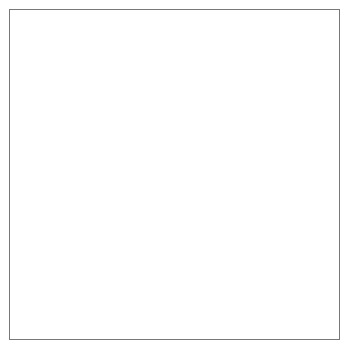
<source format=gbr>
%TF.GenerationSoftware,KiCad,Pcbnew,(5.1.12)-1*%
%TF.CreationDate,2023-08-26T20:03:58+05:30*%
%TF.ProjectId,rain alaram,7261696e-2061-46c6-9172-616d2e6b6963,rev?*%
%TF.SameCoordinates,Original*%
%TF.FileFunction,Profile,NP*%
%FSLAX46Y46*%
G04 Gerber Fmt 4.6, Leading zero omitted, Abs format (unit mm)*
G04 Created by KiCad (PCBNEW (5.1.12)-1) date 2023-08-26 20:03:58*
%MOMM*%
%LPD*%
G01*
G04 APERTURE LIST*
%TA.AperFunction,Profile*%
%ADD10C,0.050000*%
%TD*%
G04 APERTURE END LIST*
D10*
X117000000Y-97000000D02*
X117000000Y-69000000D01*
X145000000Y-97000000D02*
X117000000Y-97000000D01*
X145000000Y-69000000D02*
X145000000Y-97000000D01*
X117000000Y-69000000D02*
X145000000Y-69000000D01*
M02*

</source>
